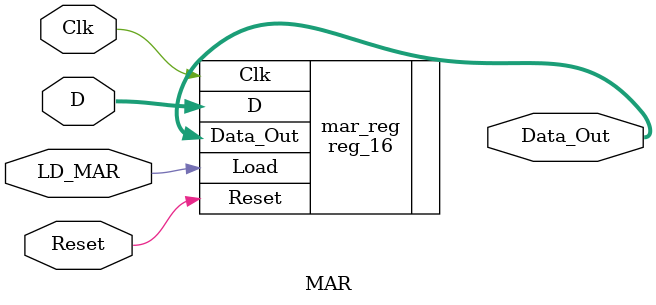
<source format=sv>
module MAR (input logic Clk,
			  input logic Reset,
			  input logic LD_MAR,
			  input logic [15:0] D,
			  output logic [15:0] Data_Out);

reg_16 mar_reg(.Clk(Clk), .Reset(Reset), .Load(LD_MAR), .D(D), .Data_Out(Data_Out));

endmodule

</source>
